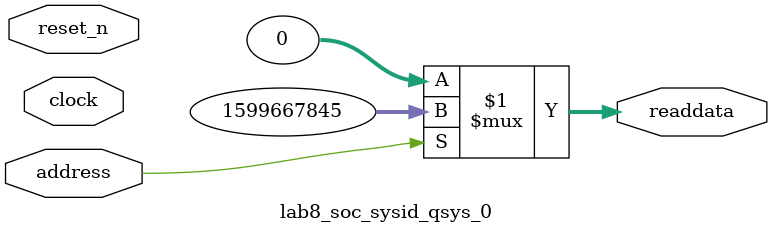
<source format=v>



// synthesis translate_off
`timescale 1ns / 1ps
// synthesis translate_on

// turn off superfluous verilog processor warnings 
// altera message_level Level1 
// altera message_off 10034 10035 10036 10037 10230 10240 10030 

module lab8_soc_sysid_qsys_0 (
               // inputs:
                address,
                clock,
                reset_n,

               // outputs:
                readdata
             )
;

  output  [ 31: 0] readdata;
  input            address;
  input            clock;
  input            reset_n;

  wire    [ 31: 0] readdata;
  //control_slave, which is an e_avalon_slave
  assign readdata = address ? 1599667845 : 0;

endmodule



</source>
